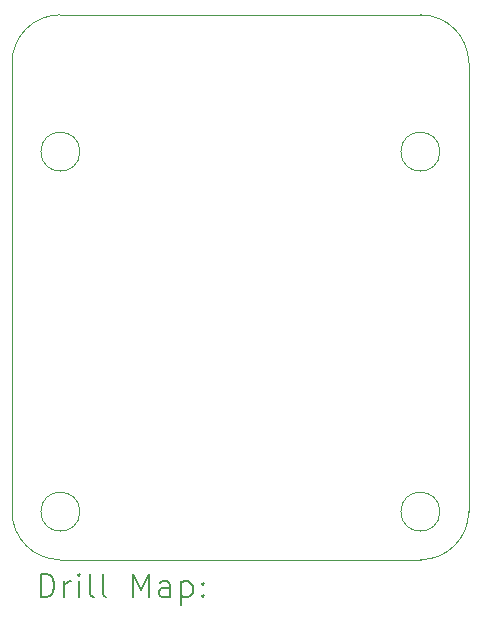
<source format=gbr>
%TF.GenerationSoftware,KiCad,Pcbnew,7.0.1*%
%TF.CreationDate,2023-08-31T02:32:48+03:00*%
%TF.ProjectId,miranda-pdb,6d697261-6e64-4612-9d70-64622e6b6963,rev?*%
%TF.SameCoordinates,Original*%
%TF.FileFunction,Drillmap*%
%TF.FilePolarity,Positive*%
%FSLAX45Y45*%
G04 Gerber Fmt 4.5, Leading zero omitted, Abs format (unit mm)*
G04 Created by KiCad (PCBNEW 7.0.1) date 2023-08-31 02:32:48*
%MOMM*%
%LPD*%
G01*
G04 APERTURE LIST*
%ADD10C,0.100000*%
%ADD11C,0.200000*%
G04 APERTURE END LIST*
D10*
X7960360Y-12954000D02*
G75*
G03*
X8366760Y-13360400I406400J0D01*
G01*
X11419840Y-13360400D02*
G75*
G03*
X11826240Y-12954000I0J406400D01*
G01*
X8366760Y-8747760D02*
G75*
G03*
X7960360Y-9154160I0J-406400D01*
G01*
X11826240Y-9154160D02*
G75*
G03*
X11419840Y-8747760I-406400J0D01*
G01*
X8366760Y-13360400D02*
X11419840Y-13360400D01*
X7960360Y-9154160D02*
X7960360Y-12954000D01*
X11419840Y-8747760D02*
X8366760Y-8747760D01*
X11826240Y-9154160D02*
X11826240Y-12954000D01*
X11582400Y-12954000D02*
G75*
G03*
X11582400Y-12954000I-165100J0D01*
G01*
X8534400Y-12954000D02*
G75*
G03*
X8534400Y-12954000I-165100J0D01*
G01*
X8534400Y-9906000D02*
G75*
G03*
X8534400Y-9906000I-165100J0D01*
G01*
X11582400Y-9906000D02*
G75*
G03*
X11582400Y-9906000I-165100J0D01*
G01*
D11*
X8202979Y-13677924D02*
X8202979Y-13477924D01*
X8202979Y-13477924D02*
X8250598Y-13477924D01*
X8250598Y-13477924D02*
X8279169Y-13487448D01*
X8279169Y-13487448D02*
X8298217Y-13506495D01*
X8298217Y-13506495D02*
X8307741Y-13525543D01*
X8307741Y-13525543D02*
X8317265Y-13563638D01*
X8317265Y-13563638D02*
X8317265Y-13592209D01*
X8317265Y-13592209D02*
X8307741Y-13630305D01*
X8307741Y-13630305D02*
X8298217Y-13649352D01*
X8298217Y-13649352D02*
X8279169Y-13668400D01*
X8279169Y-13668400D02*
X8250598Y-13677924D01*
X8250598Y-13677924D02*
X8202979Y-13677924D01*
X8402979Y-13677924D02*
X8402979Y-13544590D01*
X8402979Y-13582686D02*
X8412503Y-13563638D01*
X8412503Y-13563638D02*
X8422027Y-13554114D01*
X8422027Y-13554114D02*
X8441074Y-13544590D01*
X8441074Y-13544590D02*
X8460122Y-13544590D01*
X8526789Y-13677924D02*
X8526789Y-13544590D01*
X8526789Y-13477924D02*
X8517265Y-13487448D01*
X8517265Y-13487448D02*
X8526789Y-13496971D01*
X8526789Y-13496971D02*
X8536312Y-13487448D01*
X8536312Y-13487448D02*
X8526789Y-13477924D01*
X8526789Y-13477924D02*
X8526789Y-13496971D01*
X8650598Y-13677924D02*
X8631550Y-13668400D01*
X8631550Y-13668400D02*
X8622027Y-13649352D01*
X8622027Y-13649352D02*
X8622027Y-13477924D01*
X8755360Y-13677924D02*
X8736312Y-13668400D01*
X8736312Y-13668400D02*
X8726789Y-13649352D01*
X8726789Y-13649352D02*
X8726789Y-13477924D01*
X8983931Y-13677924D02*
X8983931Y-13477924D01*
X8983931Y-13477924D02*
X9050598Y-13620781D01*
X9050598Y-13620781D02*
X9117265Y-13477924D01*
X9117265Y-13477924D02*
X9117265Y-13677924D01*
X9298217Y-13677924D02*
X9298217Y-13573162D01*
X9298217Y-13573162D02*
X9288693Y-13554114D01*
X9288693Y-13554114D02*
X9269646Y-13544590D01*
X9269646Y-13544590D02*
X9231550Y-13544590D01*
X9231550Y-13544590D02*
X9212503Y-13554114D01*
X9298217Y-13668400D02*
X9279170Y-13677924D01*
X9279170Y-13677924D02*
X9231550Y-13677924D01*
X9231550Y-13677924D02*
X9212503Y-13668400D01*
X9212503Y-13668400D02*
X9202979Y-13649352D01*
X9202979Y-13649352D02*
X9202979Y-13630305D01*
X9202979Y-13630305D02*
X9212503Y-13611257D01*
X9212503Y-13611257D02*
X9231550Y-13601733D01*
X9231550Y-13601733D02*
X9279170Y-13601733D01*
X9279170Y-13601733D02*
X9298217Y-13592209D01*
X9393455Y-13544590D02*
X9393455Y-13744590D01*
X9393455Y-13554114D02*
X9412503Y-13544590D01*
X9412503Y-13544590D02*
X9450598Y-13544590D01*
X9450598Y-13544590D02*
X9469646Y-13554114D01*
X9469646Y-13554114D02*
X9479170Y-13563638D01*
X9479170Y-13563638D02*
X9488693Y-13582686D01*
X9488693Y-13582686D02*
X9488693Y-13639828D01*
X9488693Y-13639828D02*
X9479170Y-13658876D01*
X9479170Y-13658876D02*
X9469646Y-13668400D01*
X9469646Y-13668400D02*
X9450598Y-13677924D01*
X9450598Y-13677924D02*
X9412503Y-13677924D01*
X9412503Y-13677924D02*
X9393455Y-13668400D01*
X9574408Y-13658876D02*
X9583931Y-13668400D01*
X9583931Y-13668400D02*
X9574408Y-13677924D01*
X9574408Y-13677924D02*
X9564884Y-13668400D01*
X9564884Y-13668400D02*
X9574408Y-13658876D01*
X9574408Y-13658876D02*
X9574408Y-13677924D01*
X9574408Y-13554114D02*
X9583931Y-13563638D01*
X9583931Y-13563638D02*
X9574408Y-13573162D01*
X9574408Y-13573162D02*
X9564884Y-13563638D01*
X9564884Y-13563638D02*
X9574408Y-13554114D01*
X9574408Y-13554114D02*
X9574408Y-13573162D01*
M02*

</source>
